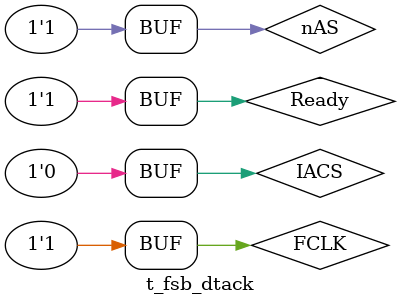
<source format=v>
`timescale 1ns / 1ps


module t_fsb_dtack;

	// Inputs
	reg FCLK;
	reg nAS;
	reg Ready;
	reg IACS;

	// Outputs
	wire nDTACK;
	wire nVPA;
	wire AINACT;
	wire BACT;
	wire CACT;

	// Instantiate the Unit Under Test (UUT)
	FSB uut (
		.FCLK(FCLK), 
		.nAS(nAS), 
		.nDTACK(nDTACK), 
		.nVPA(nVPA), 
		.AINACT(AINACT), 
		.BACT(BACT), 
		.CACT(CACT), 
		.Ready(Ready), 
		.IACS(IACS)
	);

	initial begin
		FCLK = 0;
		nAS = 1;
		Ready = 1;
		IACS = 0;
		#0;
		
		FCLK = 0; #25;
		FCLK = 1; #5;
		nAS = 1'bX; #20;
		nAS = 0;

		FCLK = 0; #25;
		FCLK = 1; #25;
		
		FCLK = 0; #25;
		FCLK = 1; #25;

		FCLK = 0; #5;
		nAS = 1'bX; #20;
		nAS = 1;
		FCLK = 1; #25;
		
		FCLK = 0; #25;
		FCLK = 1; #5;
		nAS = 1'bX; #20;
		nAS = 0;

		FCLK = 0; #25;
		FCLK = 1; #25;
		
		FCLK = 0; #25;
		FCLK = 1; #25;

		FCLK = 0; #5;
		nAS = 1'bX; #20;
		nAS = 1;
		FCLK = 1; #25;
		
		FCLK = 0; #25;
		FCLK = 1; #5;
		Ready = 0; nAS = 1'bX; #20;
		nAS = 0;

		FCLK = 0; #25;
		FCLK = 1; #25;

		FCLK = 0; #25;
		FCLK = 1; #5;
		Ready = 1; #20;
		
		FCLK = 0; #25;
		FCLK = 1; #25;

		FCLK = 0; #25;
		FCLK = 1; #25;

		FCLK = 0; #5;
		nAS = 1'bX; #20;
		nAS = 1;
		FCLK = 1; #25;

		FCLK = 0; #25;
		FCLK = 1; #25;

		FCLK = 0; #25;
		FCLK = 1; #25;
	
	end
      
endmodule

</source>
